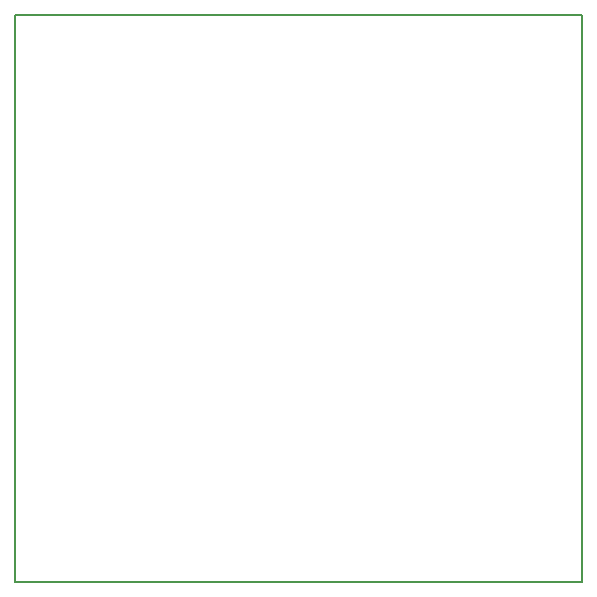
<source format=gbr>
%TF.GenerationSoftware,KiCad,Pcbnew,(5.0.1-3-g963ef8bb5)*%
%TF.CreationDate,2019-03-29T12:16:20-04:00*%
%TF.ProjectId,VHSBase,564853426173652E6B696361645F7063,rev?*%
%TF.SameCoordinates,Original*%
%TF.FileFunction,Profile,NP*%
%FSLAX46Y46*%
G04 Gerber Fmt 4.6, Leading zero omitted, Abs format (unit mm)*
G04 Created by KiCad (PCBNEW (5.0.1-3-g963ef8bb5)) date Friday, March 29, 2019 at 12:16:20 pm*
%MOMM*%
%LPD*%
G01*
G04 APERTURE LIST*
%ADD10C,0.150000*%
G04 APERTURE END LIST*
D10*
X134950000Y-58600000D02*
X134950000Y-106600000D01*
X86950000Y-106600000D02*
X134950000Y-106600000D01*
X86950000Y-58600000D02*
X86950000Y-106600000D01*
X134950000Y-58600000D02*
X86950000Y-58600000D01*
M02*

</source>
